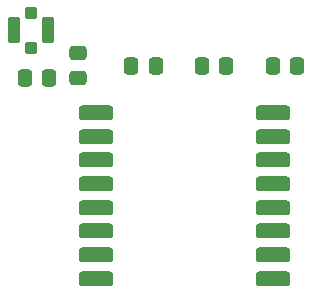
<source format=gbr>
%TF.GenerationSoftware,KiCad,Pcbnew,9.0.0*%
%TF.CreationDate,2025-03-23T12:51:39+01:00*%
%TF.ProjectId,ppicoV1,70706963-6f56-4312-9e6b-696361645f70,rev?*%
%TF.SameCoordinates,Original*%
%TF.FileFunction,Paste,Top*%
%TF.FilePolarity,Positive*%
%FSLAX46Y46*%
G04 Gerber Fmt 4.6, Leading zero omitted, Abs format (unit mm)*
G04 Created by KiCad (PCBNEW 9.0.0) date 2025-03-23 12:51:39*
%MOMM*%
%LPD*%
G01*
G04 APERTURE LIST*
G04 Aperture macros list*
%AMRoundRect*
0 Rectangle with rounded corners*
0 $1 Rounding radius*
0 $2 $3 $4 $5 $6 $7 $8 $9 X,Y pos of 4 corners*
0 Add a 4 corners polygon primitive as box body*
4,1,4,$2,$3,$4,$5,$6,$7,$8,$9,$2,$3,0*
0 Add four circle primitives for the rounded corners*
1,1,$1+$1,$2,$3*
1,1,$1+$1,$4,$5*
1,1,$1+$1,$6,$7*
1,1,$1+$1,$8,$9*
0 Add four rect primitives between the rounded corners*
20,1,$1+$1,$2,$3,$4,$5,0*
20,1,$1+$1,$4,$5,$6,$7,0*
20,1,$1+$1,$6,$7,$8,$9,0*
20,1,$1+$1,$8,$9,$2,$3,0*%
G04 Aperture macros list end*
%ADD10RoundRect,0.250000X-0.337500X-0.475000X0.337500X-0.475000X0.337500X0.475000X-0.337500X0.475000X0*%
%ADD11RoundRect,0.250000X0.337500X0.475000X-0.337500X0.475000X-0.337500X-0.475000X0.337500X-0.475000X0*%
%ADD12RoundRect,0.250000X-0.475000X0.337500X-0.475000X-0.337500X0.475000X-0.337500X0.475000X0.337500X0*%
%ADD13RoundRect,0.100000X0.400000X0.400000X-0.400000X0.400000X-0.400000X-0.400000X0.400000X-0.400000X0*%
%ADD14RoundRect,0.105000X0.420000X0.995000X-0.420000X0.995000X-0.420000X-0.995000X0.420000X-0.995000X0*%
%ADD15RoundRect,0.317500X1.157500X0.317500X-1.157500X0.317500X-1.157500X-0.317500X1.157500X-0.317500X0*%
G04 APERTURE END LIST*
D10*
%TO.C,R3*%
X125500000Y-55500000D03*
X127575000Y-55500000D03*
%TD*%
D11*
%TO.C,R2*%
X139537500Y-55500000D03*
X137462500Y-55500000D03*
%TD*%
D10*
%TO.C,R1*%
X131462500Y-55500000D03*
X133537500Y-55500000D03*
%TD*%
%TO.C,R5*%
X116462500Y-56500000D03*
X118537500Y-56500000D03*
%TD*%
D12*
%TO.C,R4*%
X121000000Y-54425000D03*
X121000000Y-56500000D03*
%TD*%
D13*
%TO.C,J4*%
X117000000Y-54000000D03*
D14*
X115525000Y-52500000D03*
D13*
X117000000Y-51000000D03*
D14*
X118475000Y-52500000D03*
%TD*%
D15*
%TO.C,U2*%
X137525000Y-73500000D03*
X137525000Y-71500000D03*
X137525000Y-69500000D03*
X137525000Y-67500000D03*
X137525000Y-65500000D03*
X137525000Y-63500000D03*
X137525000Y-61500000D03*
X137525000Y-59500000D03*
X122475000Y-59500000D03*
X122475000Y-61500000D03*
X122475000Y-63500000D03*
X122475000Y-65500000D03*
X122475000Y-67500000D03*
X122475000Y-69500000D03*
X122475000Y-71500000D03*
X122475000Y-73500000D03*
%TD*%
M02*

</source>
